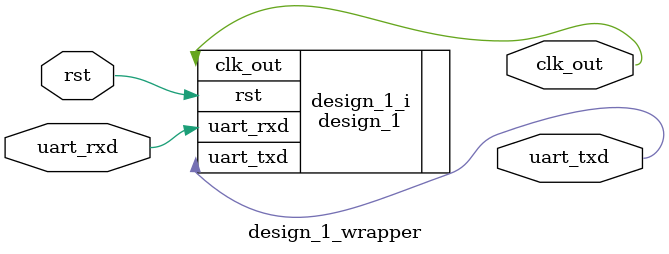
<source format=v>
`timescale 1 ps / 1 ps

module design_1_wrapper
   (clk_out,
    rst,
    uart_rxd,
    uart_txd);
  output clk_out;
  input rst;
  input uart_rxd;
  output uart_txd;

  wire clk_out;
  wire rst;
  wire uart_rxd;
  wire uart_txd;

  design_1 design_1_i
       (.clk_out(clk_out),
        .rst(rst),
        .uart_rxd(uart_rxd),
        .uart_txd(uart_txd));
endmodule

</source>
